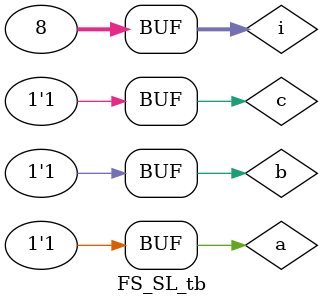
<source format=v>
module FS_SL(B,D,a,b,c);
    input a,b,c;
    output B,D;

    always @({a,b,c}) begin
        {B,D} = a-b-c;
    end
endmodule

module FS_SL_tb;
    reg a,b,c;
    wire B,D;
    integer i;

    FS_SL inst(B,D,a,b,c);

    initial begin
        $monitor("A=%0b|B=%0b|C=%0b|Borrow=%0b|Diff=%0b",a,b,c,B,D);
        for(i=0;i<8;i=i+1) begin
            {a,b,c}=i;
            #10;
        end
    end
endmodule

</source>
